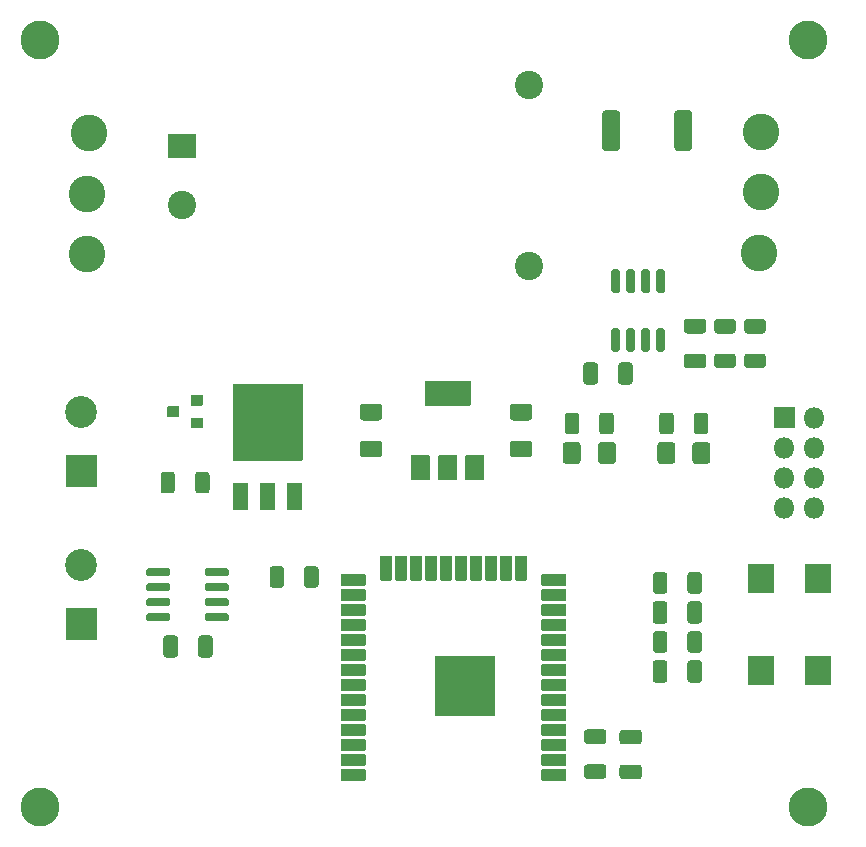
<source format=gbr>
%TF.GenerationSoftware,KiCad,Pcbnew,(5.1.7)-1*%
%TF.CreationDate,2021-01-13T20:29:12+01:00*%
%TF.ProjectId,HotPlateController,486f7450-6c61-4746-9543-6f6e74726f6c,rev?*%
%TF.SameCoordinates,Original*%
%TF.FileFunction,Soldermask,Top*%
%TF.FilePolarity,Negative*%
%FSLAX46Y46*%
G04 Gerber Fmt 4.6, Leading zero omitted, Abs format (unit mm)*
G04 Created by KiCad (PCBNEW (5.1.7)-1) date 2021-01-13 20:29:12*
%MOMM*%
%LPD*%
G01*
G04 APERTURE LIST*
%ADD10C,2.400000*%
%ADD11C,3.100000*%
%ADD12C,3.300000*%
%ADD13C,2.700000*%
%ADD14O,1.800000X1.800000*%
G04 APERTURE END LIST*
%TO.C,R9*%
G36*
G01*
X58688000Y-14157144D02*
X58688000Y-11242856D01*
G75*
G02*
X58955856Y-10975000I267856J0D01*
G01*
X59920144Y-10975000D01*
G75*
G02*
X60188000Y-11242856I0J-267856D01*
G01*
X60188000Y-14157144D01*
G75*
G02*
X59920144Y-14425000I-267856J0D01*
G01*
X58955856Y-14425000D01*
G75*
G02*
X58688000Y-14157144I0J267856D01*
G01*
G37*
G36*
G01*
X52588000Y-14157144D02*
X52588000Y-11242856D01*
G75*
G02*
X52855856Y-10975000I267856J0D01*
G01*
X53820144Y-10975000D01*
G75*
G02*
X54088000Y-11242856I0J-267856D01*
G01*
X54088000Y-14157144D01*
G75*
G02*
X53820144Y-14425000I-267856J0D01*
G01*
X52855856Y-14425000D01*
G75*
G02*
X52588000Y-14157144I0J267856D01*
G01*
G37*
%TD*%
%TO.C,C9*%
G36*
G01*
X18376000Y-57066262D02*
X18376000Y-55709738D01*
G75*
G02*
X18647738Y-55438000I271738J0D01*
G01*
X19354262Y-55438000D01*
G75*
G02*
X19626000Y-55709738I0J-271738D01*
G01*
X19626000Y-57066262D01*
G75*
G02*
X19354262Y-57338000I-271738J0D01*
G01*
X18647738Y-57338000D01*
G75*
G02*
X18376000Y-57066262I0J271738D01*
G01*
G37*
G36*
G01*
X15426000Y-57066262D02*
X15426000Y-55709738D01*
G75*
G02*
X15697738Y-55438000I271738J0D01*
G01*
X16404262Y-55438000D01*
G75*
G02*
X16676000Y-55709738I0J-271738D01*
G01*
X16676000Y-57066262D01*
G75*
G02*
X16404262Y-57338000I-271738J0D01*
G01*
X15697738Y-57338000D01*
G75*
G02*
X15426000Y-57066262I0J271738D01*
G01*
G37*
%TD*%
D10*
%TO.C,PS1*%
X46400000Y-24200000D03*
X17000000Y-19000000D03*
G36*
G01*
X15800000Y-15000000D02*
X15800000Y-13000000D01*
G75*
G02*
X15850000Y-12950000I50000J0D01*
G01*
X18150000Y-12950000D01*
G75*
G02*
X18200000Y-13000000I0J-50000D01*
G01*
X18200000Y-15000000D01*
G75*
G02*
X18150000Y-15050000I-50000J0D01*
G01*
X15850000Y-15050000D01*
G75*
G02*
X15800000Y-15000000I0J50000D01*
G01*
G37*
X46400000Y-8800000D03*
%TD*%
%TO.C,SW2*%
G36*
G01*
X71960000Y-57220000D02*
X71960000Y-59620000D01*
G75*
G02*
X71910000Y-59670000I-50000J0D01*
G01*
X69810000Y-59670000D01*
G75*
G02*
X69760000Y-59620000I0J50000D01*
G01*
X69760000Y-57220000D01*
G75*
G02*
X69810000Y-57170000I50000J0D01*
G01*
X71910000Y-57170000D01*
G75*
G02*
X71960000Y-57220000I0J-50000D01*
G01*
G37*
G36*
G01*
X71960000Y-49420000D02*
X71960000Y-51820000D01*
G75*
G02*
X71910000Y-51870000I-50000J0D01*
G01*
X69810000Y-51870000D01*
G75*
G02*
X69760000Y-51820000I0J50000D01*
G01*
X69760000Y-49420000D01*
G75*
G02*
X69810000Y-49370000I50000J0D01*
G01*
X71910000Y-49370000D01*
G75*
G02*
X71960000Y-49420000I0J-50000D01*
G01*
G37*
%TD*%
%TO.C,SW1*%
G36*
G01*
X67140000Y-57220000D02*
X67140000Y-59620000D01*
G75*
G02*
X67090000Y-59670000I-50000J0D01*
G01*
X64990000Y-59670000D01*
G75*
G02*
X64940000Y-59620000I0J50000D01*
G01*
X64940000Y-57220000D01*
G75*
G02*
X64990000Y-57170000I50000J0D01*
G01*
X67090000Y-57170000D01*
G75*
G02*
X67140000Y-57220000I0J-50000D01*
G01*
G37*
G36*
G01*
X67140000Y-49420000D02*
X67140000Y-51820000D01*
G75*
G02*
X67090000Y-51870000I-50000J0D01*
G01*
X64990000Y-51870000D01*
G75*
G02*
X64940000Y-51820000I0J50000D01*
G01*
X64940000Y-49420000D01*
G75*
G02*
X64990000Y-49370000I50000J0D01*
G01*
X67090000Y-49370000D01*
G75*
G02*
X67140000Y-49420000I0J-50000D01*
G01*
G37*
%TD*%
%TO.C,D2*%
G36*
G01*
X50775000Y-39342543D02*
X50775000Y-40657457D01*
G75*
G02*
X50507457Y-40925000I-267543J0D01*
G01*
X49517543Y-40925000D01*
G75*
G02*
X49250000Y-40657457I0J267543D01*
G01*
X49250000Y-39342543D01*
G75*
G02*
X49517543Y-39075000I267543J0D01*
G01*
X50507457Y-39075000D01*
G75*
G02*
X50775000Y-39342543I0J-267543D01*
G01*
G37*
G36*
G01*
X53750000Y-39342543D02*
X53750000Y-40657457D01*
G75*
G02*
X53482457Y-40925000I-267543J0D01*
G01*
X52492543Y-40925000D01*
G75*
G02*
X52225000Y-40657457I0J267543D01*
G01*
X52225000Y-39342543D01*
G75*
G02*
X52492543Y-39075000I267543J0D01*
G01*
X53482457Y-39075000D01*
G75*
G02*
X53750000Y-39342543I0J-267543D01*
G01*
G37*
%TD*%
%TO.C,D1*%
G36*
G01*
X58775000Y-39342543D02*
X58775000Y-40657457D01*
G75*
G02*
X58507457Y-40925000I-267543J0D01*
G01*
X57517543Y-40925000D01*
G75*
G02*
X57250000Y-40657457I0J267543D01*
G01*
X57250000Y-39342543D01*
G75*
G02*
X57517543Y-39075000I267543J0D01*
G01*
X58507457Y-39075000D01*
G75*
G02*
X58775000Y-39342543I0J-267543D01*
G01*
G37*
G36*
G01*
X61750000Y-39342543D02*
X61750000Y-40657457D01*
G75*
G02*
X61482457Y-40925000I-267543J0D01*
G01*
X60492543Y-40925000D01*
G75*
G02*
X60225000Y-40657457I0J267543D01*
G01*
X60225000Y-39342543D01*
G75*
G02*
X60492543Y-39075000I267543J0D01*
G01*
X61482457Y-39075000D01*
G75*
G02*
X61750000Y-39342543I0J-267543D01*
G01*
G37*
%TD*%
D11*
%TO.C,J4*%
X66000000Y-12840000D03*
X66000000Y-17920000D03*
X65900000Y-23100000D03*
%TD*%
%TO.C,J3*%
X9000000Y-23160000D03*
X9000000Y-18080000D03*
X9100000Y-12900000D03*
%TD*%
D12*
%TO.C,M4*%
X70000000Y-70000000D03*
%TD*%
%TO.C,M3*%
X70000000Y-5000000D03*
%TD*%
%TO.C,M2*%
X5000000Y-70000000D03*
%TD*%
%TO.C,M1*%
X5000000Y-5000000D03*
%TD*%
%TO.C,R1*%
G36*
G01*
X18120000Y-43152779D02*
X18120000Y-41847221D01*
G75*
G02*
X18392221Y-41575000I272221J0D01*
G01*
X19072779Y-41575000D01*
G75*
G02*
X19345000Y-41847221I0J-272221D01*
G01*
X19345000Y-43152779D01*
G75*
G02*
X19072779Y-43425000I-272221J0D01*
G01*
X18392221Y-43425000D01*
G75*
G02*
X18120000Y-43152779I0J272221D01*
G01*
G37*
G36*
G01*
X15195000Y-43152779D02*
X15195000Y-41847221D01*
G75*
G02*
X15467221Y-41575000I272221J0D01*
G01*
X16147779Y-41575000D01*
G75*
G02*
X16420000Y-41847221I0J-272221D01*
G01*
X16420000Y-43152779D01*
G75*
G02*
X16147779Y-43425000I-272221J0D01*
G01*
X15467221Y-43425000D01*
G75*
G02*
X15195000Y-43152779I0J272221D01*
G01*
G37*
%TD*%
%TO.C,Q2*%
G36*
G01*
X27170000Y-40650000D02*
X21370000Y-40650000D01*
G75*
G02*
X21320000Y-40600000I0J50000D01*
G01*
X21320000Y-34200000D01*
G75*
G02*
X21370000Y-34150000I50000J0D01*
G01*
X27170000Y-34150000D01*
G75*
G02*
X27220000Y-34200000I0J-50000D01*
G01*
X27220000Y-40600000D01*
G75*
G02*
X27170000Y-40650000I-50000J0D01*
G01*
G37*
G36*
G01*
X27150000Y-44850000D02*
X25950000Y-44850000D01*
G75*
G02*
X25900000Y-44800000I0J50000D01*
G01*
X25900000Y-42600000D01*
G75*
G02*
X25950000Y-42550000I50000J0D01*
G01*
X27150000Y-42550000D01*
G75*
G02*
X27200000Y-42600000I0J-50000D01*
G01*
X27200000Y-44800000D01*
G75*
G02*
X27150000Y-44850000I-50000J0D01*
G01*
G37*
G36*
G01*
X24870000Y-44850000D02*
X23670000Y-44850000D01*
G75*
G02*
X23620000Y-44800000I0J50000D01*
G01*
X23620000Y-42600000D01*
G75*
G02*
X23670000Y-42550000I50000J0D01*
G01*
X24870000Y-42550000D01*
G75*
G02*
X24920000Y-42600000I0J-50000D01*
G01*
X24920000Y-44800000D01*
G75*
G02*
X24870000Y-44850000I-50000J0D01*
G01*
G37*
G36*
G01*
X22590000Y-44850000D02*
X21390000Y-44850000D01*
G75*
G02*
X21340000Y-44800000I0J50000D01*
G01*
X21340000Y-42600000D01*
G75*
G02*
X21390000Y-42550000I50000J0D01*
G01*
X22590000Y-42550000D01*
G75*
G02*
X22640000Y-42600000I0J-50000D01*
G01*
X22640000Y-44800000D01*
G75*
G02*
X22590000Y-44850000I-50000J0D01*
G01*
G37*
%TD*%
%TO.C,Q1*%
G36*
G01*
X16770000Y-36100000D02*
X16770000Y-36900000D01*
G75*
G02*
X16720000Y-36950000I-50000J0D01*
G01*
X15820000Y-36950000D01*
G75*
G02*
X15770000Y-36900000I0J50000D01*
G01*
X15770000Y-36100000D01*
G75*
G02*
X15820000Y-36050000I50000J0D01*
G01*
X16720000Y-36050000D01*
G75*
G02*
X16770000Y-36100000I0J-50000D01*
G01*
G37*
G36*
G01*
X18770000Y-35150000D02*
X18770000Y-35950000D01*
G75*
G02*
X18720000Y-36000000I-50000J0D01*
G01*
X17820000Y-36000000D01*
G75*
G02*
X17770000Y-35950000I0J50000D01*
G01*
X17770000Y-35150000D01*
G75*
G02*
X17820000Y-35100000I50000J0D01*
G01*
X18720000Y-35100000D01*
G75*
G02*
X18770000Y-35150000I0J-50000D01*
G01*
G37*
G36*
G01*
X18770000Y-37050000D02*
X18770000Y-37850000D01*
G75*
G02*
X18720000Y-37900000I-50000J0D01*
G01*
X17820000Y-37900000D01*
G75*
G02*
X17770000Y-37850000I0J50000D01*
G01*
X17770000Y-37050000D01*
G75*
G02*
X17820000Y-37000000I50000J0D01*
G01*
X18720000Y-37000000D01*
G75*
G02*
X18770000Y-37050000I0J-50000D01*
G01*
G37*
%TD*%
%TO.C,J1*%
G36*
G01*
X9800000Y-42850000D02*
X7200000Y-42850000D01*
G75*
G02*
X7150000Y-42800000I0J50000D01*
G01*
X7150000Y-40200000D01*
G75*
G02*
X7200000Y-40150000I50000J0D01*
G01*
X9800000Y-40150000D01*
G75*
G02*
X9850000Y-40200000I0J-50000D01*
G01*
X9850000Y-42800000D01*
G75*
G02*
X9800000Y-42850000I-50000J0D01*
G01*
G37*
D13*
X8500000Y-36500000D03*
%TD*%
%TO.C,J6*%
G36*
G01*
X9800000Y-55850000D02*
X7200000Y-55850000D01*
G75*
G02*
X7150000Y-55800000I0J50000D01*
G01*
X7150000Y-53200000D01*
G75*
G02*
X7200000Y-53150000I50000J0D01*
G01*
X9800000Y-53150000D01*
G75*
G02*
X9850000Y-53200000I0J-50000D01*
G01*
X9850000Y-55800000D01*
G75*
G02*
X9800000Y-55850000I-50000J0D01*
G01*
G37*
X8500000Y-49500000D03*
%TD*%
%TO.C,R8*%
G36*
G01*
X50650000Y-36847221D02*
X50650000Y-38152779D01*
G75*
G02*
X50377779Y-38425000I-272221J0D01*
G01*
X49697221Y-38425000D01*
G75*
G02*
X49425000Y-38152779I0J272221D01*
G01*
X49425000Y-36847221D01*
G75*
G02*
X49697221Y-36575000I272221J0D01*
G01*
X50377779Y-36575000D01*
G75*
G02*
X50650000Y-36847221I0J-272221D01*
G01*
G37*
G36*
G01*
X53575000Y-36847221D02*
X53575000Y-38152779D01*
G75*
G02*
X53302779Y-38425000I-272221J0D01*
G01*
X52622221Y-38425000D01*
G75*
G02*
X52350000Y-38152779I0J272221D01*
G01*
X52350000Y-36847221D01*
G75*
G02*
X52622221Y-36575000I272221J0D01*
G01*
X53302779Y-36575000D01*
G75*
G02*
X53575000Y-36847221I0J-272221D01*
G01*
G37*
%TD*%
%TO.C,R7*%
G36*
G01*
X25650000Y-49847221D02*
X25650000Y-51152779D01*
G75*
G02*
X25377779Y-51425000I-272221J0D01*
G01*
X24697221Y-51425000D01*
G75*
G02*
X24425000Y-51152779I0J272221D01*
G01*
X24425000Y-49847221D01*
G75*
G02*
X24697221Y-49575000I272221J0D01*
G01*
X25377779Y-49575000D01*
G75*
G02*
X25650000Y-49847221I0J-272221D01*
G01*
G37*
G36*
G01*
X28575000Y-49847221D02*
X28575000Y-51152779D01*
G75*
G02*
X28302779Y-51425000I-272221J0D01*
G01*
X27622221Y-51425000D01*
G75*
G02*
X27350000Y-51152779I0J272221D01*
G01*
X27350000Y-49847221D01*
G75*
G02*
X27622221Y-49575000I272221J0D01*
G01*
X28302779Y-49575000D01*
G75*
G02*
X28575000Y-49847221I0J-272221D01*
G01*
G37*
%TD*%
%TO.C,R6*%
G36*
G01*
X58650000Y-36847221D02*
X58650000Y-38152779D01*
G75*
G02*
X58377779Y-38425000I-272221J0D01*
G01*
X57697221Y-38425000D01*
G75*
G02*
X57425000Y-38152779I0J272221D01*
G01*
X57425000Y-36847221D01*
G75*
G02*
X57697221Y-36575000I272221J0D01*
G01*
X58377779Y-36575000D01*
G75*
G02*
X58650000Y-36847221I0J-272221D01*
G01*
G37*
G36*
G01*
X61575000Y-36847221D02*
X61575000Y-38152779D01*
G75*
G02*
X61302779Y-38425000I-272221J0D01*
G01*
X60622221Y-38425000D01*
G75*
G02*
X60350000Y-38152779I0J272221D01*
G01*
X60350000Y-36847221D01*
G75*
G02*
X60622221Y-36575000I272221J0D01*
G01*
X61302779Y-36575000D01*
G75*
G02*
X61575000Y-36847221I0J-272221D01*
G01*
G37*
%TD*%
%TO.C,R5*%
G36*
G01*
X59810000Y-56652779D02*
X59810000Y-55347221D01*
G75*
G02*
X60082221Y-55075000I272221J0D01*
G01*
X60762779Y-55075000D01*
G75*
G02*
X61035000Y-55347221I0J-272221D01*
G01*
X61035000Y-56652779D01*
G75*
G02*
X60762779Y-56925000I-272221J0D01*
G01*
X60082221Y-56925000D01*
G75*
G02*
X59810000Y-56652779I0J272221D01*
G01*
G37*
G36*
G01*
X56885000Y-56652779D02*
X56885000Y-55347221D01*
G75*
G02*
X57157221Y-55075000I272221J0D01*
G01*
X57837779Y-55075000D01*
G75*
G02*
X58110000Y-55347221I0J-272221D01*
G01*
X58110000Y-56652779D01*
G75*
G02*
X57837779Y-56925000I-272221J0D01*
G01*
X57157221Y-56925000D01*
G75*
G02*
X56885000Y-56652779I0J272221D01*
G01*
G37*
%TD*%
%TO.C,R4*%
G36*
G01*
X59810000Y-51652779D02*
X59810000Y-50347221D01*
G75*
G02*
X60082221Y-50075000I272221J0D01*
G01*
X60762779Y-50075000D01*
G75*
G02*
X61035000Y-50347221I0J-272221D01*
G01*
X61035000Y-51652779D01*
G75*
G02*
X60762779Y-51925000I-272221J0D01*
G01*
X60082221Y-51925000D01*
G75*
G02*
X59810000Y-51652779I0J272221D01*
G01*
G37*
G36*
G01*
X56885000Y-51652779D02*
X56885000Y-50347221D01*
G75*
G02*
X57157221Y-50075000I272221J0D01*
G01*
X57837779Y-50075000D01*
G75*
G02*
X58110000Y-50347221I0J-272221D01*
G01*
X58110000Y-51652779D01*
G75*
G02*
X57837779Y-51925000I-272221J0D01*
G01*
X57157221Y-51925000D01*
G75*
G02*
X56885000Y-51652779I0J272221D01*
G01*
G37*
%TD*%
%TO.C,R3*%
G36*
G01*
X62339221Y-31584000D02*
X63644779Y-31584000D01*
G75*
G02*
X63917000Y-31856221I0J-272221D01*
G01*
X63917000Y-32536779D01*
G75*
G02*
X63644779Y-32809000I-272221J0D01*
G01*
X62339221Y-32809000D01*
G75*
G02*
X62067000Y-32536779I0J272221D01*
G01*
X62067000Y-31856221D01*
G75*
G02*
X62339221Y-31584000I272221J0D01*
G01*
G37*
G36*
G01*
X62339221Y-28659000D02*
X63644779Y-28659000D01*
G75*
G02*
X63917000Y-28931221I0J-272221D01*
G01*
X63917000Y-29611779D01*
G75*
G02*
X63644779Y-29884000I-272221J0D01*
G01*
X62339221Y-29884000D01*
G75*
G02*
X62067000Y-29611779I0J272221D01*
G01*
X62067000Y-28931221D01*
G75*
G02*
X62339221Y-28659000I272221J0D01*
G01*
G37*
%TD*%
%TO.C,R2*%
G36*
G01*
X66184779Y-29884000D02*
X64879221Y-29884000D01*
G75*
G02*
X64607000Y-29611779I0J272221D01*
G01*
X64607000Y-28931221D01*
G75*
G02*
X64879221Y-28659000I272221J0D01*
G01*
X66184779Y-28659000D01*
G75*
G02*
X66457000Y-28931221I0J-272221D01*
G01*
X66457000Y-29611779D01*
G75*
G02*
X66184779Y-29884000I-272221J0D01*
G01*
G37*
G36*
G01*
X66184779Y-32809000D02*
X64879221Y-32809000D01*
G75*
G02*
X64607000Y-32536779I0J272221D01*
G01*
X64607000Y-31856221D01*
G75*
G02*
X64879221Y-31584000I272221J0D01*
G01*
X66184779Y-31584000D01*
G75*
G02*
X66457000Y-31856221I0J-272221D01*
G01*
X66457000Y-32536779D01*
G75*
G02*
X66184779Y-32809000I-272221J0D01*
G01*
G37*
%TD*%
%TO.C,C8*%
G36*
G01*
X59810000Y-54178262D02*
X59810000Y-52821738D01*
G75*
G02*
X60081738Y-52550000I271738J0D01*
G01*
X60788262Y-52550000D01*
G75*
G02*
X61060000Y-52821738I0J-271738D01*
G01*
X61060000Y-54178262D01*
G75*
G02*
X60788262Y-54450000I-271738J0D01*
G01*
X60081738Y-54450000D01*
G75*
G02*
X59810000Y-54178262I0J271738D01*
G01*
G37*
G36*
G01*
X56860000Y-54178262D02*
X56860000Y-52821738D01*
G75*
G02*
X57131738Y-52550000I271738J0D01*
G01*
X57838262Y-52550000D01*
G75*
G02*
X58110000Y-52821738I0J-271738D01*
G01*
X58110000Y-54178262D01*
G75*
G02*
X57838262Y-54450000I-271738J0D01*
G01*
X57131738Y-54450000D01*
G75*
G02*
X56860000Y-54178262I0J271738D01*
G01*
G37*
%TD*%
%TO.C,C7*%
G36*
G01*
X59810000Y-59178262D02*
X59810000Y-57821738D01*
G75*
G02*
X60081738Y-57550000I271738J0D01*
G01*
X60788262Y-57550000D01*
G75*
G02*
X61060000Y-57821738I0J-271738D01*
G01*
X61060000Y-59178262D01*
G75*
G02*
X60788262Y-59450000I-271738J0D01*
G01*
X60081738Y-59450000D01*
G75*
G02*
X59810000Y-59178262I0J271738D01*
G01*
G37*
G36*
G01*
X56860000Y-59178262D02*
X56860000Y-57821738D01*
G75*
G02*
X57131738Y-57550000I271738J0D01*
G01*
X57838262Y-57550000D01*
G75*
G02*
X58110000Y-57821738I0J-271738D01*
G01*
X58110000Y-59178262D01*
G75*
G02*
X57838262Y-59450000I-271738J0D01*
G01*
X57131738Y-59450000D01*
G75*
G02*
X56860000Y-59178262I0J271738D01*
G01*
G37*
%TD*%
%TO.C,C6*%
G36*
G01*
X52236000Y-32595738D02*
X52236000Y-33952262D01*
G75*
G02*
X51964262Y-34224000I-271738J0D01*
G01*
X51257738Y-34224000D01*
G75*
G02*
X50986000Y-33952262I0J271738D01*
G01*
X50986000Y-32595738D01*
G75*
G02*
X51257738Y-32324000I271738J0D01*
G01*
X51964262Y-32324000D01*
G75*
G02*
X52236000Y-32595738I0J-271738D01*
G01*
G37*
G36*
G01*
X55186000Y-32595738D02*
X55186000Y-33952262D01*
G75*
G02*
X54914262Y-34224000I-271738J0D01*
G01*
X54207738Y-34224000D01*
G75*
G02*
X53936000Y-33952262I0J271738D01*
G01*
X53936000Y-32595738D01*
G75*
G02*
X54207738Y-32324000I271738J0D01*
G01*
X54914262Y-32324000D01*
G75*
G02*
X55186000Y-32595738I0J-271738D01*
G01*
G37*
%TD*%
%TO.C,C5*%
G36*
G01*
X61130262Y-29884000D02*
X59773738Y-29884000D01*
G75*
G02*
X59502000Y-29612262I0J271738D01*
G01*
X59502000Y-28905738D01*
G75*
G02*
X59773738Y-28634000I271738J0D01*
G01*
X61130262Y-28634000D01*
G75*
G02*
X61402000Y-28905738I0J-271738D01*
G01*
X61402000Y-29612262D01*
G75*
G02*
X61130262Y-29884000I-271738J0D01*
G01*
G37*
G36*
G01*
X61130262Y-32834000D02*
X59773738Y-32834000D01*
G75*
G02*
X59502000Y-32562262I0J271738D01*
G01*
X59502000Y-31855738D01*
G75*
G02*
X59773738Y-31584000I271738J0D01*
G01*
X61130262Y-31584000D01*
G75*
G02*
X61402000Y-31855738I0J-271738D01*
G01*
X61402000Y-32562262D01*
G75*
G02*
X61130262Y-32834000I-271738J0D01*
G01*
G37*
%TD*%
%TO.C,C4*%
G36*
G01*
X52678262Y-64650000D02*
X51321738Y-64650000D01*
G75*
G02*
X51050000Y-64378262I0J271738D01*
G01*
X51050000Y-63671738D01*
G75*
G02*
X51321738Y-63400000I271738J0D01*
G01*
X52678262Y-63400000D01*
G75*
G02*
X52950000Y-63671738I0J-271738D01*
G01*
X52950000Y-64378262D01*
G75*
G02*
X52678262Y-64650000I-271738J0D01*
G01*
G37*
G36*
G01*
X52678262Y-67600000D02*
X51321738Y-67600000D01*
G75*
G02*
X51050000Y-67328262I0J271738D01*
G01*
X51050000Y-66621738D01*
G75*
G02*
X51321738Y-66350000I271738J0D01*
G01*
X52678262Y-66350000D01*
G75*
G02*
X52950000Y-66621738I0J-271738D01*
G01*
X52950000Y-67328262D01*
G75*
G02*
X52678262Y-67600000I-271738J0D01*
G01*
G37*
%TD*%
%TO.C,C3*%
G36*
G01*
X54321738Y-66375000D02*
X55678262Y-66375000D01*
G75*
G02*
X55950000Y-66646738I0J-271738D01*
G01*
X55950000Y-67353262D01*
G75*
G02*
X55678262Y-67625000I-271738J0D01*
G01*
X54321738Y-67625000D01*
G75*
G02*
X54050000Y-67353262I0J271738D01*
G01*
X54050000Y-66646738D01*
G75*
G02*
X54321738Y-66375000I271738J0D01*
G01*
G37*
G36*
G01*
X54321738Y-63425000D02*
X55678262Y-63425000D01*
G75*
G02*
X55950000Y-63696738I0J-271738D01*
G01*
X55950000Y-64403262D01*
G75*
G02*
X55678262Y-64675000I-271738J0D01*
G01*
X54321738Y-64675000D01*
G75*
G02*
X54050000Y-64403262I0J271738D01*
G01*
X54050000Y-63696738D01*
G75*
G02*
X54321738Y-63425000I271738J0D01*
G01*
G37*
%TD*%
%TO.C,U4*%
G36*
G01*
X18925000Y-50270000D02*
X18925000Y-49920000D01*
G75*
G02*
X19100000Y-49745000I175000J0D01*
G01*
X20800000Y-49745000D01*
G75*
G02*
X20975000Y-49920000I0J-175000D01*
G01*
X20975000Y-50270000D01*
G75*
G02*
X20800000Y-50445000I-175000J0D01*
G01*
X19100000Y-50445000D01*
G75*
G02*
X18925000Y-50270000I0J175000D01*
G01*
G37*
G36*
G01*
X18925000Y-51540000D02*
X18925000Y-51190000D01*
G75*
G02*
X19100000Y-51015000I175000J0D01*
G01*
X20800000Y-51015000D01*
G75*
G02*
X20975000Y-51190000I0J-175000D01*
G01*
X20975000Y-51540000D01*
G75*
G02*
X20800000Y-51715000I-175000J0D01*
G01*
X19100000Y-51715000D01*
G75*
G02*
X18925000Y-51540000I0J175000D01*
G01*
G37*
G36*
G01*
X18925000Y-52810000D02*
X18925000Y-52460000D01*
G75*
G02*
X19100000Y-52285000I175000J0D01*
G01*
X20800000Y-52285000D01*
G75*
G02*
X20975000Y-52460000I0J-175000D01*
G01*
X20975000Y-52810000D01*
G75*
G02*
X20800000Y-52985000I-175000J0D01*
G01*
X19100000Y-52985000D01*
G75*
G02*
X18925000Y-52810000I0J175000D01*
G01*
G37*
G36*
G01*
X18925000Y-54080000D02*
X18925000Y-53730000D01*
G75*
G02*
X19100000Y-53555000I175000J0D01*
G01*
X20800000Y-53555000D01*
G75*
G02*
X20975000Y-53730000I0J-175000D01*
G01*
X20975000Y-54080000D01*
G75*
G02*
X20800000Y-54255000I-175000J0D01*
G01*
X19100000Y-54255000D01*
G75*
G02*
X18925000Y-54080000I0J175000D01*
G01*
G37*
G36*
G01*
X13975000Y-54080000D02*
X13975000Y-53730000D01*
G75*
G02*
X14150000Y-53555000I175000J0D01*
G01*
X15850000Y-53555000D01*
G75*
G02*
X16025000Y-53730000I0J-175000D01*
G01*
X16025000Y-54080000D01*
G75*
G02*
X15850000Y-54255000I-175000J0D01*
G01*
X14150000Y-54255000D01*
G75*
G02*
X13975000Y-54080000I0J175000D01*
G01*
G37*
G36*
G01*
X13975000Y-52810000D02*
X13975000Y-52460000D01*
G75*
G02*
X14150000Y-52285000I175000J0D01*
G01*
X15850000Y-52285000D01*
G75*
G02*
X16025000Y-52460000I0J-175000D01*
G01*
X16025000Y-52810000D01*
G75*
G02*
X15850000Y-52985000I-175000J0D01*
G01*
X14150000Y-52985000D01*
G75*
G02*
X13975000Y-52810000I0J175000D01*
G01*
G37*
G36*
G01*
X13975000Y-51540000D02*
X13975000Y-51190000D01*
G75*
G02*
X14150000Y-51015000I175000J0D01*
G01*
X15850000Y-51015000D01*
G75*
G02*
X16025000Y-51190000I0J-175000D01*
G01*
X16025000Y-51540000D01*
G75*
G02*
X15850000Y-51715000I-175000J0D01*
G01*
X14150000Y-51715000D01*
G75*
G02*
X13975000Y-51540000I0J175000D01*
G01*
G37*
G36*
G01*
X13975000Y-50270000D02*
X13975000Y-49920000D01*
G75*
G02*
X14150000Y-49745000I175000J0D01*
G01*
X15850000Y-49745000D01*
G75*
G02*
X16025000Y-49920000I0J-175000D01*
G01*
X16025000Y-50270000D01*
G75*
G02*
X15850000Y-50445000I-175000J0D01*
G01*
X14150000Y-50445000D01*
G75*
G02*
X13975000Y-50270000I0J175000D01*
G01*
G37*
%TD*%
%TO.C,U3*%
G36*
G01*
X32550000Y-66805000D02*
X32550000Y-67705000D01*
G75*
G02*
X32500000Y-67755000I-50000J0D01*
G01*
X30500000Y-67755000D01*
G75*
G02*
X30450000Y-67705000I0J50000D01*
G01*
X30450000Y-66805000D01*
G75*
G02*
X30500000Y-66755000I50000J0D01*
G01*
X32500000Y-66755000D01*
G75*
G02*
X32550000Y-66805000I0J-50000D01*
G01*
G37*
G36*
G01*
X32550000Y-65535000D02*
X32550000Y-66435000D01*
G75*
G02*
X32500000Y-66485000I-50000J0D01*
G01*
X30500000Y-66485000D01*
G75*
G02*
X30450000Y-66435000I0J50000D01*
G01*
X30450000Y-65535000D01*
G75*
G02*
X30500000Y-65485000I50000J0D01*
G01*
X32500000Y-65485000D01*
G75*
G02*
X32550000Y-65535000I0J-50000D01*
G01*
G37*
G36*
G01*
X32550000Y-64265000D02*
X32550000Y-65165000D01*
G75*
G02*
X32500000Y-65215000I-50000J0D01*
G01*
X30500000Y-65215000D01*
G75*
G02*
X30450000Y-65165000I0J50000D01*
G01*
X30450000Y-64265000D01*
G75*
G02*
X30500000Y-64215000I50000J0D01*
G01*
X32500000Y-64215000D01*
G75*
G02*
X32550000Y-64265000I0J-50000D01*
G01*
G37*
G36*
G01*
X32550000Y-62995000D02*
X32550000Y-63895000D01*
G75*
G02*
X32500000Y-63945000I-50000J0D01*
G01*
X30500000Y-63945000D01*
G75*
G02*
X30450000Y-63895000I0J50000D01*
G01*
X30450000Y-62995000D01*
G75*
G02*
X30500000Y-62945000I50000J0D01*
G01*
X32500000Y-62945000D01*
G75*
G02*
X32550000Y-62995000I0J-50000D01*
G01*
G37*
G36*
G01*
X32550000Y-61725000D02*
X32550000Y-62625000D01*
G75*
G02*
X32500000Y-62675000I-50000J0D01*
G01*
X30500000Y-62675000D01*
G75*
G02*
X30450000Y-62625000I0J50000D01*
G01*
X30450000Y-61725000D01*
G75*
G02*
X30500000Y-61675000I50000J0D01*
G01*
X32500000Y-61675000D01*
G75*
G02*
X32550000Y-61725000I0J-50000D01*
G01*
G37*
G36*
G01*
X32550000Y-60455000D02*
X32550000Y-61355000D01*
G75*
G02*
X32500000Y-61405000I-50000J0D01*
G01*
X30500000Y-61405000D01*
G75*
G02*
X30450000Y-61355000I0J50000D01*
G01*
X30450000Y-60455000D01*
G75*
G02*
X30500000Y-60405000I50000J0D01*
G01*
X32500000Y-60405000D01*
G75*
G02*
X32550000Y-60455000I0J-50000D01*
G01*
G37*
G36*
G01*
X32550000Y-59185000D02*
X32550000Y-60085000D01*
G75*
G02*
X32500000Y-60135000I-50000J0D01*
G01*
X30500000Y-60135000D01*
G75*
G02*
X30450000Y-60085000I0J50000D01*
G01*
X30450000Y-59185000D01*
G75*
G02*
X30500000Y-59135000I50000J0D01*
G01*
X32500000Y-59135000D01*
G75*
G02*
X32550000Y-59185000I0J-50000D01*
G01*
G37*
G36*
G01*
X32550000Y-57915000D02*
X32550000Y-58815000D01*
G75*
G02*
X32500000Y-58865000I-50000J0D01*
G01*
X30500000Y-58865000D01*
G75*
G02*
X30450000Y-58815000I0J50000D01*
G01*
X30450000Y-57915000D01*
G75*
G02*
X30500000Y-57865000I50000J0D01*
G01*
X32500000Y-57865000D01*
G75*
G02*
X32550000Y-57915000I0J-50000D01*
G01*
G37*
G36*
G01*
X32550000Y-56645000D02*
X32550000Y-57545000D01*
G75*
G02*
X32500000Y-57595000I-50000J0D01*
G01*
X30500000Y-57595000D01*
G75*
G02*
X30450000Y-57545000I0J50000D01*
G01*
X30450000Y-56645000D01*
G75*
G02*
X30500000Y-56595000I50000J0D01*
G01*
X32500000Y-56595000D01*
G75*
G02*
X32550000Y-56645000I0J-50000D01*
G01*
G37*
G36*
G01*
X32550000Y-55375000D02*
X32550000Y-56275000D01*
G75*
G02*
X32500000Y-56325000I-50000J0D01*
G01*
X30500000Y-56325000D01*
G75*
G02*
X30450000Y-56275000I0J50000D01*
G01*
X30450000Y-55375000D01*
G75*
G02*
X30500000Y-55325000I50000J0D01*
G01*
X32500000Y-55325000D01*
G75*
G02*
X32550000Y-55375000I0J-50000D01*
G01*
G37*
G36*
G01*
X32550000Y-54105000D02*
X32550000Y-55005000D01*
G75*
G02*
X32500000Y-55055000I-50000J0D01*
G01*
X30500000Y-55055000D01*
G75*
G02*
X30450000Y-55005000I0J50000D01*
G01*
X30450000Y-54105000D01*
G75*
G02*
X30500000Y-54055000I50000J0D01*
G01*
X32500000Y-54055000D01*
G75*
G02*
X32550000Y-54105000I0J-50000D01*
G01*
G37*
G36*
G01*
X32550000Y-52835000D02*
X32550000Y-53735000D01*
G75*
G02*
X32500000Y-53785000I-50000J0D01*
G01*
X30500000Y-53785000D01*
G75*
G02*
X30450000Y-53735000I0J50000D01*
G01*
X30450000Y-52835000D01*
G75*
G02*
X30500000Y-52785000I50000J0D01*
G01*
X32500000Y-52785000D01*
G75*
G02*
X32550000Y-52835000I0J-50000D01*
G01*
G37*
G36*
G01*
X32550000Y-51565000D02*
X32550000Y-52465000D01*
G75*
G02*
X32500000Y-52515000I-50000J0D01*
G01*
X30500000Y-52515000D01*
G75*
G02*
X30450000Y-52465000I0J50000D01*
G01*
X30450000Y-51565000D01*
G75*
G02*
X30500000Y-51515000I50000J0D01*
G01*
X32500000Y-51515000D01*
G75*
G02*
X32550000Y-51565000I0J-50000D01*
G01*
G37*
G36*
G01*
X32550000Y-50295000D02*
X32550000Y-51195000D01*
G75*
G02*
X32500000Y-51245000I-50000J0D01*
G01*
X30500000Y-51245000D01*
G75*
G02*
X30450000Y-51195000I0J50000D01*
G01*
X30450000Y-50295000D01*
G75*
G02*
X30500000Y-50245000I50000J0D01*
G01*
X32500000Y-50245000D01*
G75*
G02*
X32550000Y-50295000I0J-50000D01*
G01*
G37*
G36*
G01*
X33835000Y-48695000D02*
X34735000Y-48695000D01*
G75*
G02*
X34785000Y-48745000I0J-50000D01*
G01*
X34785000Y-50745000D01*
G75*
G02*
X34735000Y-50795000I-50000J0D01*
G01*
X33835000Y-50795000D01*
G75*
G02*
X33785000Y-50745000I0J50000D01*
G01*
X33785000Y-48745000D01*
G75*
G02*
X33835000Y-48695000I50000J0D01*
G01*
G37*
G36*
G01*
X35105000Y-48695000D02*
X36005000Y-48695000D01*
G75*
G02*
X36055000Y-48745000I0J-50000D01*
G01*
X36055000Y-50745000D01*
G75*
G02*
X36005000Y-50795000I-50000J0D01*
G01*
X35105000Y-50795000D01*
G75*
G02*
X35055000Y-50745000I0J50000D01*
G01*
X35055000Y-48745000D01*
G75*
G02*
X35105000Y-48695000I50000J0D01*
G01*
G37*
G36*
G01*
X36375000Y-48695000D02*
X37275000Y-48695000D01*
G75*
G02*
X37325000Y-48745000I0J-50000D01*
G01*
X37325000Y-50745000D01*
G75*
G02*
X37275000Y-50795000I-50000J0D01*
G01*
X36375000Y-50795000D01*
G75*
G02*
X36325000Y-50745000I0J50000D01*
G01*
X36325000Y-48745000D01*
G75*
G02*
X36375000Y-48695000I50000J0D01*
G01*
G37*
G36*
G01*
X37645000Y-48695000D02*
X38545000Y-48695000D01*
G75*
G02*
X38595000Y-48745000I0J-50000D01*
G01*
X38595000Y-50745000D01*
G75*
G02*
X38545000Y-50795000I-50000J0D01*
G01*
X37645000Y-50795000D01*
G75*
G02*
X37595000Y-50745000I0J50000D01*
G01*
X37595000Y-48745000D01*
G75*
G02*
X37645000Y-48695000I50000J0D01*
G01*
G37*
G36*
G01*
X38915000Y-48695000D02*
X39815000Y-48695000D01*
G75*
G02*
X39865000Y-48745000I0J-50000D01*
G01*
X39865000Y-50745000D01*
G75*
G02*
X39815000Y-50795000I-50000J0D01*
G01*
X38915000Y-50795000D01*
G75*
G02*
X38865000Y-50745000I0J50000D01*
G01*
X38865000Y-48745000D01*
G75*
G02*
X38915000Y-48695000I50000J0D01*
G01*
G37*
G36*
G01*
X40185000Y-48695000D02*
X41085000Y-48695000D01*
G75*
G02*
X41135000Y-48745000I0J-50000D01*
G01*
X41135000Y-50745000D01*
G75*
G02*
X41085000Y-50795000I-50000J0D01*
G01*
X40185000Y-50795000D01*
G75*
G02*
X40135000Y-50745000I0J50000D01*
G01*
X40135000Y-48745000D01*
G75*
G02*
X40185000Y-48695000I50000J0D01*
G01*
G37*
G36*
G01*
X41455000Y-48695000D02*
X42355000Y-48695000D01*
G75*
G02*
X42405000Y-48745000I0J-50000D01*
G01*
X42405000Y-50745000D01*
G75*
G02*
X42355000Y-50795000I-50000J0D01*
G01*
X41455000Y-50795000D01*
G75*
G02*
X41405000Y-50745000I0J50000D01*
G01*
X41405000Y-48745000D01*
G75*
G02*
X41455000Y-48695000I50000J0D01*
G01*
G37*
G36*
G01*
X42725000Y-48695000D02*
X43625000Y-48695000D01*
G75*
G02*
X43675000Y-48745000I0J-50000D01*
G01*
X43675000Y-50745000D01*
G75*
G02*
X43625000Y-50795000I-50000J0D01*
G01*
X42725000Y-50795000D01*
G75*
G02*
X42675000Y-50745000I0J50000D01*
G01*
X42675000Y-48745000D01*
G75*
G02*
X42725000Y-48695000I50000J0D01*
G01*
G37*
G36*
G01*
X43995000Y-48695000D02*
X44895000Y-48695000D01*
G75*
G02*
X44945000Y-48745000I0J-50000D01*
G01*
X44945000Y-50745000D01*
G75*
G02*
X44895000Y-50795000I-50000J0D01*
G01*
X43995000Y-50795000D01*
G75*
G02*
X43945000Y-50745000I0J50000D01*
G01*
X43945000Y-48745000D01*
G75*
G02*
X43995000Y-48695000I50000J0D01*
G01*
G37*
G36*
G01*
X45265000Y-48695000D02*
X46165000Y-48695000D01*
G75*
G02*
X46215000Y-48745000I0J-50000D01*
G01*
X46215000Y-50745000D01*
G75*
G02*
X46165000Y-50795000I-50000J0D01*
G01*
X45265000Y-50795000D01*
G75*
G02*
X45215000Y-50745000I0J50000D01*
G01*
X45215000Y-48745000D01*
G75*
G02*
X45265000Y-48695000I50000J0D01*
G01*
G37*
G36*
G01*
X49550000Y-50295000D02*
X49550000Y-51195000D01*
G75*
G02*
X49500000Y-51245000I-50000J0D01*
G01*
X47500000Y-51245000D01*
G75*
G02*
X47450000Y-51195000I0J50000D01*
G01*
X47450000Y-50295000D01*
G75*
G02*
X47500000Y-50245000I50000J0D01*
G01*
X49500000Y-50245000D01*
G75*
G02*
X49550000Y-50295000I0J-50000D01*
G01*
G37*
G36*
G01*
X49550000Y-51565000D02*
X49550000Y-52465000D01*
G75*
G02*
X49500000Y-52515000I-50000J0D01*
G01*
X47500000Y-52515000D01*
G75*
G02*
X47450000Y-52465000I0J50000D01*
G01*
X47450000Y-51565000D01*
G75*
G02*
X47500000Y-51515000I50000J0D01*
G01*
X49500000Y-51515000D01*
G75*
G02*
X49550000Y-51565000I0J-50000D01*
G01*
G37*
G36*
G01*
X49550000Y-52835000D02*
X49550000Y-53735000D01*
G75*
G02*
X49500000Y-53785000I-50000J0D01*
G01*
X47500000Y-53785000D01*
G75*
G02*
X47450000Y-53735000I0J50000D01*
G01*
X47450000Y-52835000D01*
G75*
G02*
X47500000Y-52785000I50000J0D01*
G01*
X49500000Y-52785000D01*
G75*
G02*
X49550000Y-52835000I0J-50000D01*
G01*
G37*
G36*
G01*
X49550000Y-54105000D02*
X49550000Y-55005000D01*
G75*
G02*
X49500000Y-55055000I-50000J0D01*
G01*
X47500000Y-55055000D01*
G75*
G02*
X47450000Y-55005000I0J50000D01*
G01*
X47450000Y-54105000D01*
G75*
G02*
X47500000Y-54055000I50000J0D01*
G01*
X49500000Y-54055000D01*
G75*
G02*
X49550000Y-54105000I0J-50000D01*
G01*
G37*
G36*
G01*
X49550000Y-55375000D02*
X49550000Y-56275000D01*
G75*
G02*
X49500000Y-56325000I-50000J0D01*
G01*
X47500000Y-56325000D01*
G75*
G02*
X47450000Y-56275000I0J50000D01*
G01*
X47450000Y-55375000D01*
G75*
G02*
X47500000Y-55325000I50000J0D01*
G01*
X49500000Y-55325000D01*
G75*
G02*
X49550000Y-55375000I0J-50000D01*
G01*
G37*
G36*
G01*
X49550000Y-56645000D02*
X49550000Y-57545000D01*
G75*
G02*
X49500000Y-57595000I-50000J0D01*
G01*
X47500000Y-57595000D01*
G75*
G02*
X47450000Y-57545000I0J50000D01*
G01*
X47450000Y-56645000D01*
G75*
G02*
X47500000Y-56595000I50000J0D01*
G01*
X49500000Y-56595000D01*
G75*
G02*
X49550000Y-56645000I0J-50000D01*
G01*
G37*
G36*
G01*
X49550000Y-57915000D02*
X49550000Y-58815000D01*
G75*
G02*
X49500000Y-58865000I-50000J0D01*
G01*
X47500000Y-58865000D01*
G75*
G02*
X47450000Y-58815000I0J50000D01*
G01*
X47450000Y-57915000D01*
G75*
G02*
X47500000Y-57865000I50000J0D01*
G01*
X49500000Y-57865000D01*
G75*
G02*
X49550000Y-57915000I0J-50000D01*
G01*
G37*
G36*
G01*
X49550000Y-59185000D02*
X49550000Y-60085000D01*
G75*
G02*
X49500000Y-60135000I-50000J0D01*
G01*
X47500000Y-60135000D01*
G75*
G02*
X47450000Y-60085000I0J50000D01*
G01*
X47450000Y-59185000D01*
G75*
G02*
X47500000Y-59135000I50000J0D01*
G01*
X49500000Y-59135000D01*
G75*
G02*
X49550000Y-59185000I0J-50000D01*
G01*
G37*
G36*
G01*
X49550000Y-60455000D02*
X49550000Y-61355000D01*
G75*
G02*
X49500000Y-61405000I-50000J0D01*
G01*
X47500000Y-61405000D01*
G75*
G02*
X47450000Y-61355000I0J50000D01*
G01*
X47450000Y-60455000D01*
G75*
G02*
X47500000Y-60405000I50000J0D01*
G01*
X49500000Y-60405000D01*
G75*
G02*
X49550000Y-60455000I0J-50000D01*
G01*
G37*
G36*
G01*
X49550000Y-61725000D02*
X49550000Y-62625000D01*
G75*
G02*
X49500000Y-62675000I-50000J0D01*
G01*
X47500000Y-62675000D01*
G75*
G02*
X47450000Y-62625000I0J50000D01*
G01*
X47450000Y-61725000D01*
G75*
G02*
X47500000Y-61675000I50000J0D01*
G01*
X49500000Y-61675000D01*
G75*
G02*
X49550000Y-61725000I0J-50000D01*
G01*
G37*
G36*
G01*
X49550000Y-62995000D02*
X49550000Y-63895000D01*
G75*
G02*
X49500000Y-63945000I-50000J0D01*
G01*
X47500000Y-63945000D01*
G75*
G02*
X47450000Y-63895000I0J50000D01*
G01*
X47450000Y-62995000D01*
G75*
G02*
X47500000Y-62945000I50000J0D01*
G01*
X49500000Y-62945000D01*
G75*
G02*
X49550000Y-62995000I0J-50000D01*
G01*
G37*
G36*
G01*
X49550000Y-64265000D02*
X49550000Y-65165000D01*
G75*
G02*
X49500000Y-65215000I-50000J0D01*
G01*
X47500000Y-65215000D01*
G75*
G02*
X47450000Y-65165000I0J50000D01*
G01*
X47450000Y-64265000D01*
G75*
G02*
X47500000Y-64215000I50000J0D01*
G01*
X49500000Y-64215000D01*
G75*
G02*
X49550000Y-64265000I0J-50000D01*
G01*
G37*
G36*
G01*
X49550000Y-65535000D02*
X49550000Y-66435000D01*
G75*
G02*
X49500000Y-66485000I-50000J0D01*
G01*
X47500000Y-66485000D01*
G75*
G02*
X47450000Y-66435000I0J50000D01*
G01*
X47450000Y-65535000D01*
G75*
G02*
X47500000Y-65485000I50000J0D01*
G01*
X49500000Y-65485000D01*
G75*
G02*
X49550000Y-65535000I0J-50000D01*
G01*
G37*
G36*
G01*
X49550000Y-66805000D02*
X49550000Y-67705000D01*
G75*
G02*
X49500000Y-67755000I-50000J0D01*
G01*
X47500000Y-67755000D01*
G75*
G02*
X47450000Y-67705000I0J50000D01*
G01*
X47450000Y-66805000D01*
G75*
G02*
X47500000Y-66755000I50000J0D01*
G01*
X49500000Y-66755000D01*
G75*
G02*
X49550000Y-66805000I0J-50000D01*
G01*
G37*
G36*
G01*
X43550000Y-57255000D02*
X43550000Y-62255000D01*
G75*
G02*
X43500000Y-62305000I-50000J0D01*
G01*
X38500000Y-62305000D01*
G75*
G02*
X38450000Y-62255000I0J50000D01*
G01*
X38450000Y-57255000D01*
G75*
G02*
X38500000Y-57205000I50000J0D01*
G01*
X43500000Y-57205000D01*
G75*
G02*
X43550000Y-57255000I0J-50000D01*
G01*
G37*
%TD*%
%TO.C,U2*%
G36*
G01*
X57356000Y-29390000D02*
X57706000Y-29390000D01*
G75*
G02*
X57881000Y-29565000I0J-175000D01*
G01*
X57881000Y-31265000D01*
G75*
G02*
X57706000Y-31440000I-175000J0D01*
G01*
X57356000Y-31440000D01*
G75*
G02*
X57181000Y-31265000I0J175000D01*
G01*
X57181000Y-29565000D01*
G75*
G02*
X57356000Y-29390000I175000J0D01*
G01*
G37*
G36*
G01*
X56086000Y-29390000D02*
X56436000Y-29390000D01*
G75*
G02*
X56611000Y-29565000I0J-175000D01*
G01*
X56611000Y-31265000D01*
G75*
G02*
X56436000Y-31440000I-175000J0D01*
G01*
X56086000Y-31440000D01*
G75*
G02*
X55911000Y-31265000I0J175000D01*
G01*
X55911000Y-29565000D01*
G75*
G02*
X56086000Y-29390000I175000J0D01*
G01*
G37*
G36*
G01*
X54816000Y-29390000D02*
X55166000Y-29390000D01*
G75*
G02*
X55341000Y-29565000I0J-175000D01*
G01*
X55341000Y-31265000D01*
G75*
G02*
X55166000Y-31440000I-175000J0D01*
G01*
X54816000Y-31440000D01*
G75*
G02*
X54641000Y-31265000I0J175000D01*
G01*
X54641000Y-29565000D01*
G75*
G02*
X54816000Y-29390000I175000J0D01*
G01*
G37*
G36*
G01*
X53546000Y-29390000D02*
X53896000Y-29390000D01*
G75*
G02*
X54071000Y-29565000I0J-175000D01*
G01*
X54071000Y-31265000D01*
G75*
G02*
X53896000Y-31440000I-175000J0D01*
G01*
X53546000Y-31440000D01*
G75*
G02*
X53371000Y-31265000I0J175000D01*
G01*
X53371000Y-29565000D01*
G75*
G02*
X53546000Y-29390000I175000J0D01*
G01*
G37*
G36*
G01*
X53546000Y-24440000D02*
X53896000Y-24440000D01*
G75*
G02*
X54071000Y-24615000I0J-175000D01*
G01*
X54071000Y-26315000D01*
G75*
G02*
X53896000Y-26490000I-175000J0D01*
G01*
X53546000Y-26490000D01*
G75*
G02*
X53371000Y-26315000I0J175000D01*
G01*
X53371000Y-24615000D01*
G75*
G02*
X53546000Y-24440000I175000J0D01*
G01*
G37*
G36*
G01*
X54816000Y-24440000D02*
X55166000Y-24440000D01*
G75*
G02*
X55341000Y-24615000I0J-175000D01*
G01*
X55341000Y-26315000D01*
G75*
G02*
X55166000Y-26490000I-175000J0D01*
G01*
X54816000Y-26490000D01*
G75*
G02*
X54641000Y-26315000I0J175000D01*
G01*
X54641000Y-24615000D01*
G75*
G02*
X54816000Y-24440000I175000J0D01*
G01*
G37*
G36*
G01*
X56086000Y-24440000D02*
X56436000Y-24440000D01*
G75*
G02*
X56611000Y-24615000I0J-175000D01*
G01*
X56611000Y-26315000D01*
G75*
G02*
X56436000Y-26490000I-175000J0D01*
G01*
X56086000Y-26490000D01*
G75*
G02*
X55911000Y-26315000I0J175000D01*
G01*
X55911000Y-24615000D01*
G75*
G02*
X56086000Y-24440000I175000J0D01*
G01*
G37*
G36*
G01*
X57356000Y-24440000D02*
X57706000Y-24440000D01*
G75*
G02*
X57881000Y-24615000I0J-175000D01*
G01*
X57881000Y-26315000D01*
G75*
G02*
X57706000Y-26490000I-175000J0D01*
G01*
X57356000Y-26490000D01*
G75*
G02*
X57181000Y-26315000I0J175000D01*
G01*
X57181000Y-24615000D01*
G75*
G02*
X57356000Y-24440000I175000J0D01*
G01*
G37*
%TD*%
%TO.C,U1*%
G36*
G01*
X37950000Y-42300000D02*
X36450000Y-42300000D01*
G75*
G02*
X36400000Y-42250000I0J50000D01*
G01*
X36400000Y-40250000D01*
G75*
G02*
X36450000Y-40200000I50000J0D01*
G01*
X37950000Y-40200000D01*
G75*
G02*
X38000000Y-40250000I0J-50000D01*
G01*
X38000000Y-42250000D01*
G75*
G02*
X37950000Y-42300000I-50000J0D01*
G01*
G37*
G36*
G01*
X42550000Y-42300000D02*
X41050000Y-42300000D01*
G75*
G02*
X41000000Y-42250000I0J50000D01*
G01*
X41000000Y-40250000D01*
G75*
G02*
X41050000Y-40200000I50000J0D01*
G01*
X42550000Y-40200000D01*
G75*
G02*
X42600000Y-40250000I0J-50000D01*
G01*
X42600000Y-42250000D01*
G75*
G02*
X42550000Y-42300000I-50000J0D01*
G01*
G37*
G36*
G01*
X40250000Y-42300000D02*
X38750000Y-42300000D01*
G75*
G02*
X38700000Y-42250000I0J50000D01*
G01*
X38700000Y-40250000D01*
G75*
G02*
X38750000Y-40200000I50000J0D01*
G01*
X40250000Y-40200000D01*
G75*
G02*
X40300000Y-40250000I0J-50000D01*
G01*
X40300000Y-42250000D01*
G75*
G02*
X40250000Y-42300000I-50000J0D01*
G01*
G37*
G36*
G01*
X41400000Y-36000000D02*
X37600000Y-36000000D01*
G75*
G02*
X37550000Y-35950000I0J50000D01*
G01*
X37550000Y-33950000D01*
G75*
G02*
X37600000Y-33900000I50000J0D01*
G01*
X41400000Y-33900000D01*
G75*
G02*
X41450000Y-33950000I0J-50000D01*
G01*
X41450000Y-35950000D01*
G75*
G02*
X41400000Y-36000000I-50000J0D01*
G01*
G37*
%TD*%
D14*
%TO.C,J2*%
X70540000Y-44620000D03*
X68000000Y-44620000D03*
X70540000Y-42080000D03*
X68000000Y-42080000D03*
X70540000Y-39540000D03*
X68000000Y-39540000D03*
X70540000Y-37000000D03*
G36*
G01*
X67100000Y-37850000D02*
X67100000Y-36150000D01*
G75*
G02*
X67150000Y-36100000I50000J0D01*
G01*
X68850000Y-36100000D01*
G75*
G02*
X68900000Y-36150000I0J-50000D01*
G01*
X68900000Y-37850000D01*
G75*
G02*
X68850000Y-37900000I-50000J0D01*
G01*
X67150000Y-37900000D01*
G75*
G02*
X67100000Y-37850000I0J50000D01*
G01*
G37*
%TD*%
%TO.C,C2*%
G36*
G01*
X32338866Y-38950000D02*
X33701134Y-38950000D01*
G75*
G02*
X33970000Y-39218866I0J-268866D01*
G01*
X33970000Y-40106134D01*
G75*
G02*
X33701134Y-40375000I-268866J0D01*
G01*
X32338866Y-40375000D01*
G75*
G02*
X32070000Y-40106134I0J268866D01*
G01*
X32070000Y-39218866D01*
G75*
G02*
X32338866Y-38950000I268866J0D01*
G01*
G37*
G36*
G01*
X32338866Y-35825000D02*
X33701134Y-35825000D01*
G75*
G02*
X33970000Y-36093866I0J-268866D01*
G01*
X33970000Y-36981134D01*
G75*
G02*
X33701134Y-37250000I-268866J0D01*
G01*
X32338866Y-37250000D01*
G75*
G02*
X32070000Y-36981134I0J268866D01*
G01*
X32070000Y-36093866D01*
G75*
G02*
X32338866Y-35825000I268866J0D01*
G01*
G37*
%TD*%
%TO.C,C1*%
G36*
G01*
X46401134Y-37250000D02*
X45038866Y-37250000D01*
G75*
G02*
X44770000Y-36981134I0J268866D01*
G01*
X44770000Y-36093866D01*
G75*
G02*
X45038866Y-35825000I268866J0D01*
G01*
X46401134Y-35825000D01*
G75*
G02*
X46670000Y-36093866I0J-268866D01*
G01*
X46670000Y-36981134D01*
G75*
G02*
X46401134Y-37250000I-268866J0D01*
G01*
G37*
G36*
G01*
X46401134Y-40375000D02*
X45038866Y-40375000D01*
G75*
G02*
X44770000Y-40106134I0J268866D01*
G01*
X44770000Y-39218866D01*
G75*
G02*
X45038866Y-38950000I268866J0D01*
G01*
X46401134Y-38950000D01*
G75*
G02*
X46670000Y-39218866I0J-268866D01*
G01*
X46670000Y-40106134D01*
G75*
G02*
X46401134Y-40375000I-268866J0D01*
G01*
G37*
%TD*%
M02*

</source>
